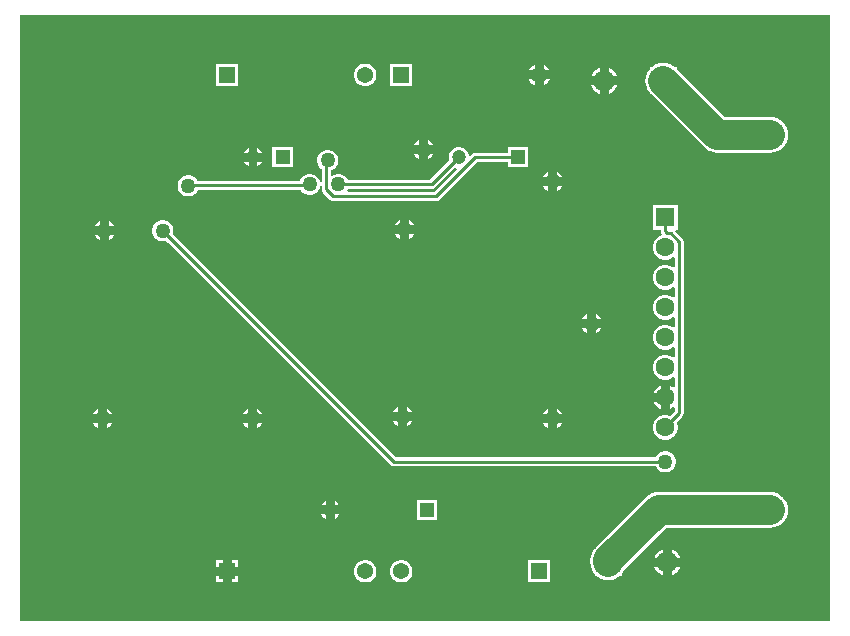
<source format=gbr>
%TF.GenerationSoftware,Altium Limited,Altium Designer,23.0.1 (38)*%
G04 Layer_Physical_Order=2*
G04 Layer_Color=16711680*
%FSLAX45Y45*%
%MOMM*%
%TF.SameCoordinates,E21AF8FC-8B61-408E-9598-FC2968858709*%
%TF.FilePolarity,Positive*%
%TF.FileFunction,Copper,L2,Bot,Signal*%
%TF.Part,Single*%
G01*
G75*
%TA.AperFunction,Conductor*%
%ADD16C,0.25400*%
%TA.AperFunction,ComponentPad*%
%ADD17R,1.20000X1.20000*%
%ADD18C,1.20000*%
%ADD19C,1.37160*%
%ADD20R,1.37160X1.37160*%
%ADD21C,1.80000*%
%ADD22R,1.80000X1.80000*%
%ADD23C,1.60500*%
%ADD24R,1.60500X1.60500*%
%ADD25C,1.72720*%
%ADD26R,1.72720X1.72720*%
%TA.AperFunction,ViaPad*%
%ADD27C,1.27000*%
%TA.AperFunction,Conductor*%
%ADD28C,2.50000*%
G36*
X9537700Y5041900D02*
X2679700D01*
Y10172700D01*
X9537700D01*
Y5041900D01*
D02*
G37*
%LPC*%
G36*
X7111400Y9751568D02*
Y9702200D01*
X7160768D01*
X7149103Y9722405D01*
X7131605Y9739903D01*
X7111400Y9751568D01*
D02*
G37*
G36*
X7036400D02*
X7016195Y9739903D01*
X6998697Y9722405D01*
X6987032Y9702200D01*
X7036400D01*
Y9751568D01*
D02*
G37*
G36*
X7661500Y9723322D02*
Y9651400D01*
X7733422D01*
X7731535Y9658443D01*
X7716343Y9684757D01*
X7694857Y9706243D01*
X7668543Y9721435D01*
X7661500Y9723322D01*
D02*
G37*
G36*
X7586500D02*
X7579457Y9721435D01*
X7553143Y9706243D01*
X7531657Y9684757D01*
X7516465Y9658443D01*
X7514578Y9651400D01*
X7586500D01*
Y9723322D01*
D02*
G37*
G36*
X7160768Y9627200D02*
X7111400D01*
Y9577832D01*
X7131605Y9589497D01*
X7149103Y9606995D01*
X7160768Y9627200D01*
D02*
G37*
G36*
X7036400D02*
X6987032D01*
X6998697Y9606995D01*
X7016195Y9589497D01*
X7036400Y9577832D01*
Y9627200D01*
D02*
G37*
G36*
X5999480Y9758680D02*
X5811520D01*
Y9570720D01*
X5999480D01*
Y9758680D01*
D02*
G37*
G36*
X5613073D02*
X5588327D01*
X5564425Y9752275D01*
X5542995Y9739903D01*
X5525497Y9722405D01*
X5513125Y9700975D01*
X5506720Y9677073D01*
Y9652327D01*
X5513125Y9628425D01*
X5525497Y9606995D01*
X5542995Y9589497D01*
X5564425Y9577125D01*
X5588327Y9570720D01*
X5613073D01*
X5636975Y9577125D01*
X5658405Y9589497D01*
X5675903Y9606995D01*
X5688275Y9628425D01*
X5694680Y9652327D01*
Y9677073D01*
X5688275Y9700975D01*
X5675903Y9722405D01*
X5658405Y9739903D01*
X5636975Y9752275D01*
X5613073Y9758680D01*
D02*
G37*
G36*
X4526280D02*
X4338320D01*
Y9570720D01*
X4526280D01*
Y9758680D01*
D02*
G37*
G36*
X7733422Y9576400D02*
X7661500D01*
Y9504478D01*
X7668543Y9506365D01*
X7694857Y9521557D01*
X7716343Y9543043D01*
X7731535Y9569357D01*
X7733422Y9576400D01*
D02*
G37*
G36*
X7586500D02*
X7514578D01*
X7516465Y9569357D01*
X7531657Y9543043D01*
X7553143Y9521557D01*
X7579457Y9506365D01*
X7586500Y9504478D01*
Y9576400D01*
D02*
G37*
G36*
X6133500Y9110702D02*
Y9067200D01*
X6177002D01*
X6167138Y9084286D01*
X6150586Y9100838D01*
X6133500Y9110702D01*
D02*
G37*
G36*
X6058500D02*
X6041414Y9100838D01*
X6024862Y9084286D01*
X6014998Y9067200D01*
X6058500D01*
Y9110702D01*
D02*
G37*
G36*
X8124000Y9765028D02*
X8094516Y9762124D01*
X8066166Y9753524D01*
X8040038Y9739558D01*
X8027538Y9729300D01*
X8008600D01*
Y9710362D01*
X7998342Y9697862D01*
X7984376Y9671734D01*
X7975776Y9643384D01*
X7972872Y9613900D01*
X7975776Y9584416D01*
X7984376Y9556066D01*
X7998342Y9529938D01*
X8008600Y9517438D01*
Y9498500D01*
X8025673D01*
X8474337Y9049837D01*
X8497238Y9031042D01*
X8523366Y9017076D01*
X8551716Y9008476D01*
X8581200Y9005572D01*
X9029700D01*
X9059184Y9008476D01*
X9087534Y9017076D01*
X9113662Y9031042D01*
X9136563Y9049837D01*
X9155358Y9072738D01*
X9169324Y9098866D01*
X9177924Y9127216D01*
X9180828Y9156700D01*
X9177924Y9186184D01*
X9169324Y9214534D01*
X9155358Y9240662D01*
X9136563Y9263563D01*
X9113662Y9282358D01*
X9087534Y9296324D01*
X9059184Y9304924D01*
X9029700Y9307828D01*
X8643799D01*
X8239400Y9712227D01*
Y9729300D01*
X8220462D01*
X8207962Y9739558D01*
X8181834Y9753524D01*
X8153484Y9762124D01*
X8124000Y9765028D01*
D02*
G37*
G36*
X4687700Y9043160D02*
Y9003700D01*
X4727160D01*
X4718537Y9018637D01*
X4702637Y9034537D01*
X4687700Y9043160D01*
D02*
G37*
G36*
X4612700D02*
X4597763Y9034537D01*
X4581863Y9018637D01*
X4573240Y9003700D01*
X4612700D01*
Y9043160D01*
D02*
G37*
G36*
X6977500Y9051600D02*
X6806700D01*
Y9005047D01*
X6530834D01*
X6515968Y9002089D01*
X6503366Y8993669D01*
X6489667Y8979970D01*
X6475742Y8984005D01*
X6471680Y8999163D01*
X6460437Y9018637D01*
X6444537Y9034537D01*
X6425063Y9045780D01*
X6403343Y9051600D01*
X6380857D01*
X6359137Y9045780D01*
X6339663Y9034537D01*
X6323763Y9018637D01*
X6312520Y8999163D01*
X6306700Y8977443D01*
Y8954957D01*
X6310762Y8939799D01*
X6147409Y8776447D01*
X5452325D01*
X5443238Y8792186D01*
X5426686Y8808738D01*
X5406414Y8820442D01*
X5383804Y8826500D01*
X5360396D01*
X5337786Y8820442D01*
X5322047Y8811354D01*
X5309347Y8817368D01*
Y8855770D01*
X5317514Y8857958D01*
X5337786Y8869662D01*
X5354338Y8886214D01*
X5366042Y8906486D01*
X5372100Y8929096D01*
Y8952504D01*
X5366042Y8975114D01*
X5354338Y8995386D01*
X5337786Y9011938D01*
X5317514Y9023642D01*
X5294904Y9029700D01*
X5271496D01*
X5248886Y9023642D01*
X5228614Y9011938D01*
X5212062Y8995386D01*
X5200358Y8975114D01*
X5194300Y8952504D01*
Y8929096D01*
X5200358Y8906486D01*
X5212062Y8886214D01*
X5228614Y8869662D01*
X5231653Y8867907D01*
Y8753762D01*
X5218953Y8752090D01*
X5213642Y8771914D01*
X5201938Y8792186D01*
X5185386Y8808738D01*
X5165114Y8820442D01*
X5142504Y8826500D01*
X5119096D01*
X5096486Y8820442D01*
X5076214Y8808738D01*
X5059662Y8792186D01*
X5047958Y8771914D01*
X5047471Y8770097D01*
X4178659D01*
X4173238Y8779486D01*
X4156686Y8796038D01*
X4136414Y8807742D01*
X4113804Y8813800D01*
X4090396D01*
X4067786Y8807742D01*
X4047514Y8796038D01*
X4030962Y8779486D01*
X4019258Y8759214D01*
X4013200Y8736604D01*
Y8713196D01*
X4019258Y8690586D01*
X4030962Y8670314D01*
X4047514Y8653762D01*
X4067786Y8642058D01*
X4090396Y8636000D01*
X4113804D01*
X4136414Y8642058D01*
X4156686Y8653762D01*
X4173238Y8670314D01*
X4184942Y8690586D01*
X4185429Y8692403D01*
X5054241D01*
X5059662Y8683014D01*
X5076214Y8666462D01*
X5096486Y8654758D01*
X5119096Y8648700D01*
X5142504D01*
X5165114Y8654758D01*
X5185386Y8666462D01*
X5201938Y8683014D01*
X5213642Y8703286D01*
X5218953Y8723110D01*
X5231653Y8721438D01*
Y8695516D01*
X5234611Y8680650D01*
X5243031Y8668047D01*
X5302547Y8608531D01*
X5315150Y8600111D01*
X5330016Y8597153D01*
X6200634D01*
X6215500Y8600111D01*
X6228103Y8608531D01*
X6546925Y8927353D01*
X6806700D01*
Y8880800D01*
X6977500D01*
Y9051600D01*
D02*
G37*
G36*
X6177002Y8992200D02*
X6133500D01*
Y8948698D01*
X6150586Y8958562D01*
X6167138Y8975114D01*
X6177002Y8992200D01*
D02*
G37*
G36*
X6058500D02*
X6014998D01*
X6024862Y8975114D01*
X6041414Y8958562D01*
X6058500Y8948698D01*
Y8992200D01*
D02*
G37*
G36*
X4727160Y8928700D02*
X4687700D01*
Y8889240D01*
X4702637Y8897863D01*
X4718537Y8913763D01*
X4727160Y8928700D01*
D02*
G37*
G36*
X4612700D02*
X4573240D01*
X4581863Y8913763D01*
X4597763Y8897863D01*
X4612700Y8889240D01*
Y8928700D01*
D02*
G37*
G36*
X4985600Y9051600D02*
X4814800D01*
Y8880800D01*
X4985600D01*
Y9051600D01*
D02*
G37*
G36*
X7225700Y8844002D02*
Y8800500D01*
X7269202D01*
X7259338Y8817586D01*
X7242786Y8834138D01*
X7225700Y8844002D01*
D02*
G37*
G36*
X7150700D02*
X7133614Y8834138D01*
X7117062Y8817586D01*
X7107198Y8800500D01*
X7150700D01*
Y8844002D01*
D02*
G37*
G36*
X7269202Y8725500D02*
X7225700D01*
Y8681998D01*
X7242786Y8691862D01*
X7259338Y8708414D01*
X7269202Y8725500D01*
D02*
G37*
G36*
X7150700D02*
X7107198D01*
X7117062Y8708414D01*
X7133614Y8691862D01*
X7150700Y8681998D01*
Y8725500D01*
D02*
G37*
G36*
X5968400Y8437602D02*
Y8394100D01*
X6011902D01*
X6002038Y8411186D01*
X5985486Y8427738D01*
X5968400Y8437602D01*
D02*
G37*
G36*
X5893400D02*
X5876314Y8427738D01*
X5859762Y8411186D01*
X5849898Y8394100D01*
X5893400D01*
Y8437602D01*
D02*
G37*
G36*
X3428400Y8424902D02*
Y8381400D01*
X3471902D01*
X3462038Y8398486D01*
X3445486Y8415038D01*
X3428400Y8424902D01*
D02*
G37*
G36*
X3353400D02*
X3336314Y8415038D01*
X3319762Y8398486D01*
X3309898Y8381400D01*
X3353400D01*
Y8424902D01*
D02*
G37*
G36*
X6011902Y8319100D02*
X5968400D01*
Y8275598D01*
X5985486Y8285462D01*
X6002038Y8302014D01*
X6011902Y8319100D01*
D02*
G37*
G36*
X5893400D02*
X5849898D01*
X5859762Y8302014D01*
X5876314Y8285462D01*
X5893400Y8275598D01*
Y8319100D01*
D02*
G37*
G36*
X3471902Y8306400D02*
X3428400D01*
Y8262898D01*
X3445486Y8272762D01*
X3462038Y8289314D01*
X3471902Y8306400D01*
D02*
G37*
G36*
X3353400D02*
X3309898D01*
X3319762Y8289314D01*
X3336314Y8272762D01*
X3353400Y8262898D01*
Y8306400D01*
D02*
G37*
G36*
X8246350Y8563850D02*
X8035050D01*
Y8352550D01*
X8101853D01*
Y8339850D01*
X8104811Y8324984D01*
X8109274Y8318304D01*
X8104742Y8303942D01*
X8099921Y8302650D01*
X8075829Y8288741D01*
X8056159Y8269071D01*
X8042250Y8244979D01*
X8035050Y8218109D01*
Y8190291D01*
X8042250Y8163421D01*
X8056159Y8139329D01*
X8075829Y8119659D01*
X8099921Y8105750D01*
X8126791Y8098550D01*
X8154609D01*
X8181479Y8105750D01*
X8205571Y8119659D01*
X8208470Y8122559D01*
X8220204Y8117698D01*
Y8036702D01*
X8208470Y8031841D01*
X8205571Y8034741D01*
X8181479Y8048650D01*
X8154609Y8055850D01*
X8126791D01*
X8099921Y8048650D01*
X8075829Y8034741D01*
X8056159Y8015071D01*
X8042250Y7990979D01*
X8035050Y7964109D01*
Y7936291D01*
X8042250Y7909421D01*
X8056159Y7885329D01*
X8075829Y7865659D01*
X8099921Y7851750D01*
X8126791Y7844550D01*
X8154609D01*
X8181479Y7851750D01*
X8205571Y7865659D01*
X8208470Y7868559D01*
X8220204Y7863698D01*
Y7782702D01*
X8208470Y7777841D01*
X8205571Y7780741D01*
X8181479Y7794650D01*
X8154609Y7801850D01*
X8126791D01*
X8099921Y7794650D01*
X8075829Y7780741D01*
X8056159Y7761071D01*
X8042250Y7736979D01*
X8035050Y7710109D01*
Y7682291D01*
X8042250Y7655421D01*
X8056159Y7631329D01*
X8075829Y7611659D01*
X8099921Y7597750D01*
X8126791Y7590550D01*
X8154609D01*
X8181479Y7597750D01*
X8205571Y7611659D01*
X8208470Y7614559D01*
X8220204Y7609698D01*
Y7528702D01*
X8208470Y7523841D01*
X8205571Y7526741D01*
X8181479Y7540650D01*
X8154609Y7547850D01*
X8126791D01*
X8099921Y7540650D01*
X8075829Y7526741D01*
X8056159Y7507071D01*
X8042250Y7482979D01*
X8035050Y7456109D01*
Y7428291D01*
X8042250Y7401421D01*
X8056159Y7377329D01*
X8075829Y7357659D01*
X8099921Y7343750D01*
X8126791Y7336550D01*
X8154609D01*
X8181479Y7343750D01*
X8205571Y7357659D01*
X8208470Y7360559D01*
X8220204Y7355698D01*
Y7274702D01*
X8208470Y7269841D01*
X8205571Y7272741D01*
X8181479Y7286650D01*
X8154609Y7293850D01*
X8126791D01*
X8099921Y7286650D01*
X8075829Y7272741D01*
X8056159Y7253071D01*
X8042250Y7228979D01*
X8035050Y7202109D01*
Y7174291D01*
X8042250Y7147421D01*
X8056159Y7123329D01*
X8075829Y7103659D01*
X8099921Y7089750D01*
X8126791Y7082550D01*
X8154609D01*
X8181479Y7089750D01*
X8205571Y7103659D01*
X8208470Y7106559D01*
X8220204Y7101698D01*
Y7020702D01*
X8208470Y7015841D01*
X8205571Y7018741D01*
X8181479Y7032650D01*
X8178200Y7033529D01*
Y6934200D01*
Y6834871D01*
X8181479Y6835750D01*
X8205571Y6849659D01*
X8208470Y6852559D01*
X8220204Y6847698D01*
Y6814641D01*
X8183212Y6777650D01*
X8181479Y6778650D01*
X8154609Y6785850D01*
X8126791D01*
X8099921Y6778650D01*
X8075829Y6764741D01*
X8056159Y6745071D01*
X8042250Y6720979D01*
X8035050Y6694109D01*
Y6666291D01*
X8042250Y6639421D01*
X8056159Y6615329D01*
X8075829Y6595659D01*
X8099921Y6581750D01*
X8126791Y6574550D01*
X8154609D01*
X8181479Y6581750D01*
X8205571Y6595659D01*
X8225241Y6615329D01*
X8239150Y6639421D01*
X8246350Y6666291D01*
Y6694109D01*
X8239150Y6720979D01*
X8238150Y6722712D01*
X8286519Y6771081D01*
X8294939Y6783684D01*
X8297897Y6798550D01*
Y8253222D01*
X8294939Y8268088D01*
X8286519Y8280691D01*
X8227359Y8339850D01*
X8232620Y8352550D01*
X8246350D01*
Y8563850D01*
D02*
G37*
G36*
X7555900Y7637502D02*
Y7594000D01*
X7599402D01*
X7589538Y7611086D01*
X7572986Y7627638D01*
X7555900Y7637502D01*
D02*
G37*
G36*
X7480900D02*
X7463814Y7627638D01*
X7447262Y7611086D01*
X7437398Y7594000D01*
X7480900D01*
Y7637502D01*
D02*
G37*
G36*
X7599402Y7519000D02*
X7555900D01*
Y7475498D01*
X7572986Y7485362D01*
X7589538Y7501914D01*
X7599402Y7519000D01*
D02*
G37*
G36*
X7480900D02*
X7437398D01*
X7447262Y7501914D01*
X7463814Y7485362D01*
X7480900Y7475498D01*
Y7519000D01*
D02*
G37*
G36*
X8103200Y7033529D02*
X8099921Y7032650D01*
X8075829Y7018741D01*
X8056159Y6999071D01*
X8042250Y6974979D01*
X8041371Y6971700D01*
X8103200D01*
Y7033529D01*
D02*
G37*
G36*
Y6896700D02*
X8041371D01*
X8042250Y6893421D01*
X8056159Y6869329D01*
X8075829Y6849659D01*
X8099921Y6835750D01*
X8103200Y6834871D01*
Y6896700D01*
D02*
G37*
G36*
X5955700Y6850102D02*
Y6806600D01*
X5999202D01*
X5989338Y6823686D01*
X5972786Y6840238D01*
X5955700Y6850102D01*
D02*
G37*
G36*
X5880700D02*
X5863614Y6840238D01*
X5847062Y6823686D01*
X5837198Y6806600D01*
X5880700D01*
Y6850102D01*
D02*
G37*
G36*
X7225700Y6837402D02*
Y6793900D01*
X7269202D01*
X7259338Y6810986D01*
X7242786Y6827538D01*
X7225700Y6837402D01*
D02*
G37*
G36*
X7150700D02*
X7133614Y6827538D01*
X7117062Y6810986D01*
X7107198Y6793900D01*
X7150700D01*
Y6837402D01*
D02*
G37*
G36*
X4685700D02*
Y6793900D01*
X4729202D01*
X4719338Y6810986D01*
X4702786Y6827538D01*
X4685700Y6837402D01*
D02*
G37*
G36*
X4610700D02*
X4593614Y6827538D01*
X4577062Y6810986D01*
X4567198Y6793900D01*
X4610700D01*
Y6837402D01*
D02*
G37*
G36*
X3415700D02*
Y6793900D01*
X3459202D01*
X3449338Y6810986D01*
X3432786Y6827538D01*
X3415700Y6837402D01*
D02*
G37*
G36*
X3340700D02*
X3323614Y6827538D01*
X3307062Y6810986D01*
X3297198Y6793900D01*
X3340700D01*
Y6837402D01*
D02*
G37*
G36*
X5999202Y6731600D02*
X5955700D01*
Y6688098D01*
X5972786Y6697962D01*
X5989338Y6714514D01*
X5999202Y6731600D01*
D02*
G37*
G36*
X5880700D02*
X5837198D01*
X5847062Y6714514D01*
X5863614Y6697962D01*
X5880700Y6688098D01*
Y6731600D01*
D02*
G37*
G36*
X7269202Y6718900D02*
X7225700D01*
Y6675398D01*
X7242786Y6685262D01*
X7259338Y6701814D01*
X7269202Y6718900D01*
D02*
G37*
G36*
X7150700D02*
X7107198D01*
X7117062Y6701814D01*
X7133614Y6685262D01*
X7150700Y6675398D01*
Y6718900D01*
D02*
G37*
G36*
X4729202D02*
X4685700D01*
Y6675398D01*
X4702786Y6685262D01*
X4719338Y6701814D01*
X4729202Y6718900D01*
D02*
G37*
G36*
X4610700D02*
X4567198D01*
X4577062Y6701814D01*
X4593614Y6685262D01*
X4610700Y6675398D01*
Y6718900D01*
D02*
G37*
G36*
X3459202D02*
X3415700D01*
Y6675398D01*
X3432786Y6685262D01*
X3449338Y6701814D01*
X3459202Y6718900D01*
D02*
G37*
G36*
X3340700D02*
X3297198D01*
X3307062Y6701814D01*
X3323614Y6685262D01*
X3340700Y6675398D01*
Y6718900D01*
D02*
G37*
G36*
X3897904Y8432800D02*
X3874496D01*
X3851886Y8426742D01*
X3831614Y8415038D01*
X3815062Y8398486D01*
X3803358Y8378214D01*
X3797300Y8355604D01*
Y8332196D01*
X3803358Y8309586D01*
X3815062Y8289314D01*
X3831614Y8272762D01*
X3851886Y8261058D01*
X3874496Y8255000D01*
X3897904D01*
X3915459Y8259704D01*
X5814531Y6360631D01*
X5827134Y6352211D01*
X5842000Y6349253D01*
X8060475D01*
X8069562Y6333514D01*
X8086114Y6316962D01*
X8106386Y6305258D01*
X8128996Y6299200D01*
X8152404D01*
X8175014Y6305258D01*
X8195286Y6316962D01*
X8211838Y6333514D01*
X8223542Y6353786D01*
X8229600Y6376396D01*
Y6399804D01*
X8223542Y6422414D01*
X8211838Y6442686D01*
X8195286Y6459238D01*
X8175014Y6470942D01*
X8152404Y6477000D01*
X8128996D01*
X8106386Y6470942D01*
X8086114Y6459238D01*
X8069562Y6442686D01*
X8060475Y6426947D01*
X5858091D01*
X3970396Y8314641D01*
X3975100Y8332196D01*
Y8355604D01*
X3969042Y8378214D01*
X3957338Y8398486D01*
X3940786Y8415038D01*
X3920514Y8426742D01*
X3897904Y8432800D01*
D02*
G37*
G36*
X5342501Y6058660D02*
Y6019200D01*
X5381961D01*
X5373337Y6034137D01*
X5357437Y6050037D01*
X5342501Y6058660D01*
D02*
G37*
G36*
X5267501Y6058661D02*
X5252563Y6050037D01*
X5236663Y6034137D01*
X5228040Y6019200D01*
X5267501D01*
Y6058661D01*
D02*
G37*
G36*
X5381961Y5944200D02*
X5342501D01*
Y5904740D01*
X5357437Y5913363D01*
X5373337Y5929263D01*
X5381961Y5944200D01*
D02*
G37*
G36*
X5267501D02*
X5228040D01*
X5236663Y5929263D01*
X5252563Y5913363D01*
X5267501Y5904739D01*
Y5944200D01*
D02*
G37*
G36*
X6210400Y6067100D02*
X6039600D01*
Y5896300D01*
X6210400D01*
Y6067100D01*
D02*
G37*
G36*
X8195600Y5646622D02*
Y5574700D01*
X8267522D01*
X8265635Y5581743D01*
X8250443Y5608057D01*
X8228957Y5629543D01*
X8202643Y5644735D01*
X8195600Y5646622D01*
D02*
G37*
G36*
X8120600D02*
X8113557Y5644735D01*
X8087243Y5629543D01*
X8065757Y5608057D01*
X8050565Y5581743D01*
X8048678Y5574700D01*
X8120600D01*
Y5646622D01*
D02*
G37*
G36*
X4526280Y5554980D02*
X4469800D01*
Y5498500D01*
X4526280D01*
Y5554980D01*
D02*
G37*
G36*
X4394800D02*
X4338320D01*
Y5498500D01*
X4394800D01*
Y5554980D01*
D02*
G37*
G36*
X8267522Y5499700D02*
X8195600D01*
Y5427778D01*
X8202643Y5429665D01*
X8228957Y5444857D01*
X8250443Y5466343D01*
X8265635Y5492657D01*
X8267522Y5499700D01*
D02*
G37*
G36*
X8120600D02*
X8048678D01*
X8050565Y5492657D01*
X8065757Y5466343D01*
X8087243Y5444857D01*
X8113557Y5429665D01*
X8120600Y5427778D01*
Y5499700D01*
D02*
G37*
G36*
X9029700Y6132828D02*
X8085846D01*
X8056363Y6129924D01*
X8028012Y6121324D01*
X8001884Y6107358D01*
X7978983Y6088563D01*
X7551237Y5660817D01*
X7544493Y5652600D01*
X7542700D01*
Y5650415D01*
X7532442Y5637916D01*
X7518476Y5611788D01*
X7509876Y5583437D01*
X7506972Y5553954D01*
Y5537200D01*
X7509876Y5507716D01*
X7518476Y5479366D01*
X7532442Y5453238D01*
X7542700Y5440738D01*
Y5421800D01*
X7561638D01*
X7574138Y5411542D01*
X7600266Y5397576D01*
X7628616Y5388976D01*
X7658100Y5386072D01*
X7687584Y5388976D01*
X7715934Y5397576D01*
X7742062Y5411542D01*
X7754562Y5421800D01*
X7773500D01*
Y5440738D01*
X7783758Y5453238D01*
X7797724Y5479366D01*
X7797935Y5480062D01*
X8148445Y5830572D01*
X9029700D01*
X9059184Y5833476D01*
X9087534Y5842076D01*
X9113662Y5856042D01*
X9130597Y5869940D01*
X9141460D01*
Y5880803D01*
X9155358Y5897738D01*
X9169324Y5923866D01*
X9177924Y5952216D01*
X9180828Y5981700D01*
X9177924Y6011184D01*
X9169324Y6039534D01*
X9155358Y6065662D01*
X9141460Y6082597D01*
Y6093460D01*
X9130597D01*
X9113662Y6107358D01*
X9087534Y6121324D01*
X9059184Y6129924D01*
X9029700Y6132828D01*
D02*
G37*
G36*
X7167880Y5554980D02*
X6979920D01*
Y5367020D01*
X7167880D01*
Y5554980D01*
D02*
G37*
G36*
X5917873D02*
X5893127D01*
X5869225Y5548575D01*
X5847795Y5536203D01*
X5830297Y5518705D01*
X5817925Y5497275D01*
X5811520Y5473373D01*
Y5448627D01*
X5817925Y5424725D01*
X5830297Y5403295D01*
X5847795Y5385797D01*
X5869225Y5373425D01*
X5893127Y5367020D01*
X5917873D01*
X5941775Y5373425D01*
X5963205Y5385797D01*
X5980703Y5403295D01*
X5993075Y5424725D01*
X5999480Y5448627D01*
Y5473373D01*
X5993075Y5497275D01*
X5980703Y5518705D01*
X5963205Y5536203D01*
X5941775Y5548575D01*
X5917873Y5554980D01*
D02*
G37*
G36*
X5613073D02*
X5588327D01*
X5564425Y5548575D01*
X5542995Y5536203D01*
X5525497Y5518705D01*
X5513125Y5497275D01*
X5506720Y5473373D01*
Y5448627D01*
X5513125Y5424725D01*
X5525497Y5403295D01*
X5542995Y5385797D01*
X5564425Y5373425D01*
X5588327Y5367020D01*
X5613073D01*
X5636975Y5373425D01*
X5658405Y5385797D01*
X5675903Y5403295D01*
X5688275Y5424725D01*
X5694680Y5448627D01*
Y5473373D01*
X5688275Y5497275D01*
X5675903Y5518705D01*
X5658405Y5536203D01*
X5636975Y5548575D01*
X5613073Y5554980D01*
D02*
G37*
G36*
X4526280Y5423500D02*
X4469800D01*
Y5367020D01*
X4526280D01*
Y5423500D01*
D02*
G37*
G36*
X4394800D02*
X4338320D01*
Y5367020D01*
X4394800D01*
Y5423500D01*
D02*
G37*
%LPD*%
G36*
X6372461Y8878902D02*
X6375992Y8866295D01*
X6184544Y8674847D01*
X5451868D01*
X5445854Y8687547D01*
X5452325Y8698753D01*
X6163500D01*
X6178366Y8701711D01*
X6190969Y8710131D01*
X6362376Y8881539D01*
X6372461Y8878902D01*
D02*
G37*
D16*
X5330016Y8636000D02*
X6200634D01*
X4108450Y8731250D02*
X5124450D01*
X8140700Y8339850D02*
X8158000Y8322550D01*
X5372100Y8737600D02*
X6163500D01*
X8259050Y6798550D02*
Y8253222D01*
X5270500Y8695516D02*
X5330016Y8636000D01*
X5270500Y8928100D02*
X5283200Y8940800D01*
X4102100Y8724900D02*
X4108450Y8731250D01*
X8140700Y8339850D02*
Y8458200D01*
X6163500Y8737600D02*
X6392100Y8966200D01*
X8189722Y8322550D02*
X8259050Y8253222D01*
X6200634Y8636000D02*
X6530834Y8966200D01*
X3886200Y8343900D02*
X5842000Y6388100D01*
X5270500Y8695516D02*
Y8928100D01*
X5124450Y8731250D02*
X5130800Y8737600D01*
X5842000Y6388100D02*
X8140700D01*
X8158000Y8322550D02*
X8189722D01*
X6530834Y8966200D02*
X6892100D01*
X8140700Y6680200D02*
X8259050Y6798550D01*
D17*
X6125000Y5981700D02*
D03*
X4900200Y8966200D02*
D03*
X6892100D02*
D03*
D18*
X5305000Y5981700D02*
D03*
X4650200Y8966200D02*
D03*
X6392100D02*
D03*
D19*
X7073900Y9664700D02*
D03*
X5600700D02*
D03*
Y5461000D02*
D03*
X5905500D02*
D03*
D20*
Y9664700D02*
D03*
X4432300D02*
D03*
Y5461000D02*
D03*
X7073900D02*
D03*
D21*
X8158100Y5537200D02*
D03*
X7624000Y9613900D02*
D03*
D22*
X7658100Y5537200D02*
D03*
X8124000Y9613900D02*
D03*
D23*
X8140700Y7442200D02*
D03*
Y6680200D02*
D03*
Y7188200D02*
D03*
Y6934200D02*
D03*
Y7696200D02*
D03*
Y8204200D02*
D03*
Y7950200D02*
D03*
D24*
Y8458200D02*
D03*
D25*
X9029700Y9156700D02*
D03*
D26*
Y5981700D02*
D03*
D27*
X8140700Y6388100D02*
D03*
X5930900Y8356600D02*
D03*
X4648200Y6756400D02*
D03*
X6096000Y9029700D02*
D03*
X5918200Y6769100D02*
D03*
X4102100Y8724900D02*
D03*
X3886200Y8343900D02*
D03*
X5130800Y8737600D02*
D03*
X5372100D02*
D03*
X7188200Y6756400D02*
D03*
X7518400Y7556500D02*
D03*
X3378200Y6756400D02*
D03*
X7188200Y8763000D02*
D03*
X3390900Y8343900D02*
D03*
X5283200Y8940800D02*
D03*
D28*
X8124000Y9613900D02*
X8581200Y9156700D01*
X8085846Y5981700D02*
X9029700D01*
X7658100Y5553954D02*
X8085846Y5981700D01*
X8581200Y9156700D02*
X9029700D01*
X7658100Y5537200D02*
Y5553954D01*
%TF.MD5,f118e9ae179a6a209211ef949fc89c5a*%
M02*

</source>
